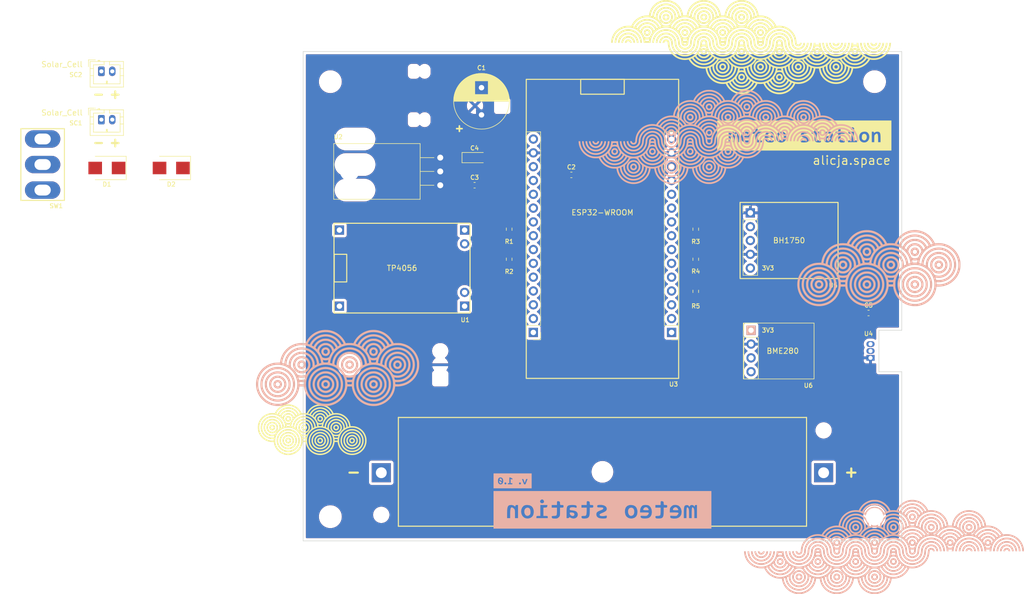
<source format=kicad_pcb>
(kicad_pcb (version 20211014) (generator pcbnew)
  (layers (0 "F.Cu" signal) (31 "B.Cu" signal) (34 "B.Paste" user) (35 "F.Paste" user) (36 "B.SilkS" user "B.Silkscreen") (37 "F.SilkS" user "F.Silkscreen") (38 "B.Mask" user) (39 "F.Mask" user) (44 "Edge.Cuts" user))
  (net 0 "")
  (net 1 "Net-(BT1-Pad2)")
  (net 2 "Net-(BT1-Pad1)")
  (net 3 "3V3")
  (net 4 "SCL")
  (net 5 "SDA")
  (net 6 "Net-(SC1-Pad2)")
  (net 7 "Net-(SW1-Pad2)")
  (net 9 "BAT_V")
  (net 10 "OUT-")
  (net 11 "OUT+")
  (net 12 "Net-(D1-Pad1)")
  (net 13 "Net-(D1-Pad2)")
  (net 14 "Net-(D2-Pad2)")
  (net 15 "Net-(R5-Pad2)")
  (net 39 "GND")
  (footprint "meteo_station_footprints:meteo_station_small" (layer "F.Cu") (at 186.944 75.946)
    (fp_text reference "G***" hide)
    (fp_text value "LOGO" hide)
  )
  (footprint "meteo_station_footprints:TO-92_Inline" (layer "F.Cu") (at 199.115 116.84 90)
    (fp_text reference "U4" (at 4.445 -0.36 180) (layer "F.SilkS") (effects (font (size 0.8 0.8))))
    (fp_text value "DS18B20")
    (pad "1" thru_hole rect (at 0 0 90) (size 1.05 1.5) (drill 0.75) (layers *.Cu *.Mask) (net 39 "GND"))
    (pad "2" thru_hole oval (at 1.27 0 90) (size 1.05 1.5) (drill 0.75) (layers *.Cu *.Mask) (net 15 "Net-(R5-Pad2)"))
    (pad "3" thru_hole oval (at 2.54 0 90) (size 1.05 1.5) (drill 0.75) (layers *.Cu *.Mask) (net 3 "3V3"))
  )
  (footprint "MountingHole:MountingHole_3.2mm_M3" (layer "F.Cu") (at 199.86 146.04)
    (fp_text reference "REF**" hide)
    (fp_text value "MountingHole_3.2mm_M3" hide)
    (pad "" np_thru_hole circle locked (at 0 0) (size 3.2 3.2) (drill 3.2) (layers *.Cu *.Mask))
  )
  (footprint "Resistor_SMD:R_0603_1608Metric" (layer "F.Cu") (at 132.715 98.695 90)
    (fp_text reference "R2" (at -2.27 0) (layer "F.SilkS") (effects (font (size 0.8 0.8))))
    (fp_text value "10K")
    (pad "1" smd roundrect locked (at -0.825 0 90) (size 0.8 0.95) (layers "F.Cu" "F.Paste" "F.Mask") (net 9 "BAT_V"))
    (pad "2" smd roundrect locked (at 0.825 0 90) (size 0.8 0.95) (layers "F.Cu" "F.Paste" "F.Mask") (net 10 "OUT-"))
  )
  (footprint "meteo_station_footprints:BME280" (layer "F.Cu") (at 182.245 115.57)
    (fp_text reference "U6" (at 6.35 6.35 unlocked) (layer "F.SilkS") (effects (font (size 0.8 0.8)) (justify right)))
    (fp_text value "BME280" (at 0.74 0 unlocked) (layer "F.SilkS"))
    (fp_text user "3V3" (at -3.175 -3.81 unlocked) (layer "F.SilkS") (effects (font (size 0.8 0.8)) (justify left)))
    (pad "1" thru_hole rect (at -5.08 -3.81) (size 1.7 1.7) (drill 1) (layers *.Cu *.Mask "B.SilkS") (net 3 "3V3"))
    (pad "2" thru_hole oval (at -5.08 -1.27) (size 1.7 1.7) (drill 1) (layers *.Cu *.Mask) (net 39 "GND"))
    (pad "3" thru_hole oval (at -5.08 1.27) (size 1.7 1.7) (drill 1) (layers *.Cu *.Mask) (net 4 "SCL"))
    (pad "4" thru_hole oval (at -5.08 3.81) (size 1.7 1.7) (drill 1) (layers *.Cu *.Mask) (net 5 "SDA"))
  )
  (footprint "meteo_station_footprints:SolarPanel_JST" (layer "F.Cu") (at 58.801 73.66)
    (fp_text reference "SC1" (at -5.715 0 unlocked) (layer "F.SilkS") (effects (font (size 0.8 0.8))))
    (fp_text value "Solar_Cell" (at -8.255 -1.905 unlocked) (layer "F.SilkS"))
    (fp_text user "-" (at -1.524 3.556 unlocked) (layer "F.SilkS") (effects (font (size 1.6 1.6) (thickness 0.4))))
    (fp_text user "+" (at 1.524 3.556 unlocked) (layer "F.SilkS") (effects (font (size 1.6 1.6) (thickness 0.4))))
    (pad "1" thru_hole roundrect (at -1.016 -0.635) (size 1.2 1.75) (drill 0.75) (layers *.Cu *.Mask) (roundrect_rratio 0.208333) (net 13 "Net-(D1-Pad2)"))
    (pad "2" thru_hole oval (at 0.984 -0.635) (size 1.2 1.75) (drill 0.75) (layers *.Cu *.Mask) (net 6 "Net-(SC1-Pad2)"))
  )
  (footprint "Package_TO_SOT_THT:TO-220-3_Horizontal_TabDown" (layer "F.Cu") (at 120.055 85.09 90)
    (fp_text reference "U2" (at 8.89 -18.755) (layer "F.SilkS") (effects (font (size 0.8 0.8))))
    (fp_text value "LF33_TO220")
    (pad "" np_thru_hole oval locked (at 2.54 -16.66 90) (size 3.5 3.5) (drill 3.5) (layers *.Cu *.Mask))
    (pad "1" thru_hole rect locked (at 0 0 90) (size 1.905 2) (drill 1.1) (layers *.Cu *.Mask) (net 11 "OUT+"))
    (pad "2" thru_hole oval locked (at 2.54 0 90) (size 1.905 2) (drill 1.1) (layers *.Cu *.Mask) (net 39 "GND"))
    (pad "3" thru_hole oval locked (at 5.08 0 90) (size 1.905 2) (drill 1.1) (layers *.Cu *.Mask) (net 3 "3V3"))
  )
  (footprint "Capacitor_SMD:C_0603_1608Metric" (layer "F.Cu") (at 144.145 83.185)
    (fp_text reference "C2" (at 0 -1.43) (layer "F.SilkS") (effects (font (size 0.8 0.8))))
    (fp_text value "100nF")
    (pad "1" smd roundrect locked (at -0.775 0) (size 0.9 0.95) (layers "F.Cu" "F.Paste" "F.Mask") (net 9 "BAT_V"))
    (pad "2" smd roundrect locked (at 0.775 0) (size 0.9 0.95) (layers "F.Cu" "F.Paste" "F.Mask") (net 39 "GND"))
  )
  (footprint "meteo_station_footprints:BH1750" (layer "F.Cu") (at 184.15 95.25)
    (fp_text reference "U5" (at 9 8.255 unlocked) (layer "F.SilkS") (effects (font (size 0.8 0.8)) (justify right)))
    (fp_text value "BH1750" (at 0 0 unlocked) (layer "F.SilkS"))
    (fp_text user "3V3" (at -5.08 5.08 unlocked) (layer "F.SilkS") (effects (font (size 0.8 0.8)) (justify left)))
    (pad "1" thru_hole oval (at -7.112 5.08) (size 1.7 1.7) (drill 1) (layers *.Cu *.Mask) (net 3 "3V3"))
    (pad "2" thru_hole oval (at -7.112 2.54) (size 1.7 1.7) (drill 1) (layers *.Cu *.Mask) (net 39 "GND"))
    (pad "3" thru_hole oval (at -7.112 0) (size 1.7 1.7) (drill 1) (layers *.Cu *.Mask) (net 4 "SCL"))
    (pad "4" thru_hole oval (at -7.112 -2.54) (size 1.7 1.7) (drill 1) (layers *.Cu *.Mask) (net 5 "SDA"))
    (pad "5" thru_hole rect (at -7.112 -5.08) (size 1.7 1.7) (drill 1) (layers *.Cu *.Mask) (net 39 "GND"))
  )
  (footprint "Resistor_SMD:R_0603_1608Metric" (layer "F.Cu") (at 132.715 93.17 90)
    (fp_text reference "R1" (at -2.27 0) (layer "F.SilkS") (effects (font (size 0.8 0.8))))
    (fp_text value "10K")
    (pad "1" smd roundrect locked (at -0.825 0 90) (size 0.8 0.95) (layers "F.Cu" "F.Paste" "F.Mask") (net 9 "BAT_V"))
    (pad "2" smd roundrect locked (at 0.825 0 90) (size 0.8 0.95) (layers "F.Cu" "F.Paste" "F.Mask") (net 11 "OUT+"))
  )
  (footprint "meteo_station_footprints:chmurka2_small" (layer "F.Cu") (at 96.52 130.048)
    (fp_text reference "G***" hide)
    (fp_text value "LOGO" hide)
  )
  (footprint "Diode_SMD:D_SMB" (layer "F.Cu") (at 70.621 81.915 180)
    (fp_text reference "D2" (at 0 -3 180) (layer "F.SilkS") (effects (font (size 0.8 0.8))))
    (fp_text value "D_Schottky")
    (pad "1" smd rect locked (at -2.15 0 180) (size 2.5 2.3) (layers "F.Cu" "F.Paste" "F.Mask") (net 12 "Net-(D1-Pad1)"))
    (pad "2" smd rect locked (at 2.15 0 180) (size 2.5 2.3) (layers "F.Cu" "F.Paste" "F.Mask") (net 14 "Net-(D2-Pad2)"))
  )
  (footprint "meteo_station_footprints:MTS102" (layer "F.Cu") (at 46.99 81.28 90)
    (fp_text reference "SW1" (at -7.62 3.81 unlocked) (layer "F.SilkS") (effects (font (size 0.8 0.8)) (justify right)))
    (fp_text value "SW_SPDT")
    (pad "1" thru_hole oval (at -4.7 0 90) (size 3.2 6.5) (drill oval 2 3) (layers *.Cu *.Mask) (net 11 "OUT+"))
    (pad "2" thru_hole oval (at 0 0 90) (size 3.2 6.5) (drill oval 2 3) (layers *.Cu *.Mask) (net 7 "Net-(SW1-Pad2)"))
    (pad "3" thru_hole oval (at 4.7 0 90) (size 3.2 6.5) (drill oval 2 3) (layers *.Cu *.Mask))
  )
  (footprint "Capacitor_SMD:C_0603_1608Metric" (layer "F.Cu") (at 198.755 108.585)
    (fp_text reference "C5" (at 0 -1.43) (layer "F.SilkS") (effects (font (size 0.8 0.8))))
    (fp_text value "100nF")
    (pad "1" smd roundrect locked (at -0.775 0) (size 0.9 0.95) (layers "F.Cu" "F.Paste" "F.Mask") (net 39 "GND"))
    (pad "2" smd roundrect locked (at 0.775 0) (size 0.9 0.95) (layers "F.Cu" "F.Paste" "F.Mask") (net 3 "3V3"))
  )
  (footprint "meteo_station_footprints:BatteryHolder" (layer "F.Cu") (at 149.86 137.795)
    (fp_text reference "BT1" (at 0 4.445) (layer "F.SilkS"))
    (fp_text value "Battery")
    (fp_text user "-" (at -45.72 0 unlocked) (layer "F.SilkS") (effects (font (size 2 2) (thickness 0.4))))
    (fp_text user "+" (at 45.72 0 unlocked) (layer "F.SilkS") (effects (font (size 2 2) (thickness 0.4))))
    (pad "" np_thru_hole circle (at 0 0) (size 3 3) (drill 3) (layers *.Cu *.Mask))
    (pad "" np_thru_hole circle (at 40.64 -7.62) (size 2 2) (drill 2) (layers *.Cu *.Mask))
    (pad "" np_thru_hole circle (at -40.64 7.91) (size 2 2) (drill 2) (layers *.Cu *.Mask))
    (pad "1" thru_hole rect (at 40.64 0.165) (size 3.5 3.5) (drill 2) (layers *.Cu *.Mask) (net 2 "Net-(BT1-Pad1)"))
    (pad "2" thru_hole rect (at -40.64 0.165) (size 3.5 3.5) (drill 2) (layers *.Cu *.Mask) (net 1 "Net-(BT1-Pad2)"))
  )
  (footprint "Resistor_SMD:R_0603_1608Metric" (layer "F.Cu") (at 167.005 104.6 -90)
    (fp_text reference "R5" (at 2.715 0) (layer "F.SilkS") (effects (font (size 0.8 0.8))))
    (fp_text value "4.7K")
    (pad "1" smd roundrect locked (at -0.825 0 270) (size 0.8 0.95) (layers "F.Cu" "F.Paste" "F.Mask") (net 3 "3V3"))
    (pad "2" smd roundrect locked (at 0.825 0 270) (size 0.8 0.95) (layers "F.Cu" "F.Paste" "F.Mask") (net 15 "Net-(R5-Pad2)"))
  )
  (footprint "Jumper:SolderJumper-2_P1.3mm_Bridged_Pad1.0x1.5mm" (layer "F.Cu") (at 127 100.33)
    (fp_text reference "JP1" hide)
    (fp_text value "SolderJumper")
    (fp_poly (pts (xy -0.25 -0.3) (xy 0.25 -0.3) (xy 0.25 0.3) (xy -0.25 0.3)) (layer "F.Cu") (width 0) (fill solid))
    (pad "1" smd rect (at -0.65 0) (size 1 1.5) (layers "F.Cu" "F.Mask") (net 39 "GND"))
    (pad "2" smd rect (at 0.65 0) (size 1 1.5) (layers "F.Cu" "F.Mask") (net 10 "OUT-"))
  )
  (footprint "meteo_station_footprints:ESP32-WROOM" (layer "F.Cu") (at 149.86 93.11 180)
    (fp_text reference "U3" (at -13.97 -28.575 unlocked) (layer "F.SilkS") (effects (font (size 0.8 0.8)) (justify right)))
    (fp_text value "ESP32-WROOM" (at 0 3 unlocked) (layer "F.SilkS"))
    (pad "1" thru_hole rect (at -12.7 -19.045 180) (size 1.7 1.7) (drill 1) (layers *.Cu *.Mask))
    (pad "2" thru_hole oval (at -12.7 -16.505 180) (size 1.7 1.7) (drill 1) (layers *.Cu *.Mask))
    (pad "3" thru_hole oval (at -12.7 -13.965 180) (size 1.7 1.7) (drill 1) (layers *.Cu *.Mask))
    (pad "4" thru_hole oval (at -12.7 -11.425 180) (size 1.7 1.7) (drill 1) (layers *.Cu *.Mask) (net 9 "BAT_V"))
    (pad "5" thru_hole oval (at -12.7 -8.885 180) (size 1.7 1.7) (drill 1) (layers *.Cu *.Mask))
    (pad "6" thru_hole oval (at -12.7 -6.345 180) (size 1.7 1.7) (drill 1) (layers *.Cu *.Mask))
    (pad "7" thru_hole oval (at -12.7 -3.805 180) (size 1.7 1.7) (drill 1) (layers *.Cu *.Mask))
    (pad "8" thru_hole oval (at -12.7 -1.265 180) (size 1.7 1.7) (drill 1) (layers *.Cu *.Mask))
    (pad "9" thru_hole oval (at -12.7 1.275 180) (size 1.7 1.7) (drill 1) (layers *.Cu *.Mask))
    (pad "10" thru_hole oval (at -12.7 3.815 180) (size 1.7 1.7) (drill 1) (layers *.Cu *.Mask))
    (pad "11" thru_hole oval (at -12.7 6.355 180) (size 1.7 1.7) (drill 1) (layers *.Cu *.Mask))
    (pad "12" thru_hole oval (at -12.7 8.895 180) (size 1.7 1.7) (drill 1) (layers *.Cu *.Mask))
    (pad "13" thru_hole oval (at -12.7 11.435 180) (size 1.7 1.7) (drill 1) (layers *.Cu *.Mask))
    (pad "14" thru_hole oval (at -12.7 13.975 180) (size 1.7 1.7) (drill 1) (layers *.Cu *.Mask) (net 39 "GND"))
    (pad "15" thru_hole oval (at -12.7 16.515 180) (size 1.7 1.7) (drill 1) (layers *.Cu *.Mask))
    (pad "16" thru_hole rect (at 12.7 -19.045 180) (size 1.7 1.7) (drill 1) (layers *.Cu *.Mask))
    (pad "17" thru_hole oval (at 12.7 -16.505 180) (size 1.7 1.7) (drill 1) (layers *.Cu *.Mask) (net 4 "SCL"))
    (pad "18" thru_hole oval (at 12.7 -13.965 180) (size 1.7 1.7) (drill 1) (layers *.Cu *.Mask))
    (pad "19" thru_hole oval (at 12.7 -11.425 180) (size 1.7 1.7) (drill 1) (layers *.Cu *.Mask))
    (pad "20" thru_hole oval (at 12.7 -8.885 180) (size 1.7 1.7) (drill 1) (layers *.Cu *.Mask) (net 5 "SDA"))
    (pad "21" thru_hole oval (at 12.7 -6.345 180) (size 1.7 1.7) (drill 1) (layers *.Cu *.Mask))
    (pad "22" thru_hole oval (at 12.7 -3.805 180) (size 1.7 1.7) (drill 1) (layers *.Cu *.Mask))
    (pad "23" thru_hole oval (at 12.7 -1.265 180) (size 1.7 1.7) (drill 1) (layers *.Cu *.Mask))
    (pad "24" thru_hole oval (at 12.7 1.275 180) (size 1.7 1.7) (drill 1) (layers *.Cu *.Mask))
    (pad "25" thru_hole oval (at 12.7 3.815 180) (size 1.7 1.7) (drill 1) (layers *.Cu *.Mask))
    (pad "26" thru_hole oval (at 12.7 6.355 180) (size 1.7 1.7) (drill 1) (layers *.Cu *.Mask) (net 15 "Net-(R5-Pad2)"))
    (pad "27" thru_hole oval (at 12.7 8.895 180) (size 1.7 1.7) (drill 1) (layers *.Cu *.Mask))
    (pad "28" thru_hole oval (at 12.7 11.435 180) (size 1.7 1.7) (drill 1) (layers *.Cu *.Mask))
    (pad "29" thru_hole oval (at 12.7 13.975 180) (size 1.7 1.7) (drill 1) (layers *.Cu *.Mask) (net 39 "GND"))
    (pad "30" thru_hole oval (at 12.7 16.515 180) (size 1.7 1.7) (drill 1) (layers *.Cu *.Mask) (net 3 "3V3"))
  )
  (footprint "MountingHole:MountingHole_3.2mm_M3" (layer "F.Cu") (at 99.86 146.04)
    (fp_text reference "REF**" hide)
    (fp_text value "MountingHole_3.2mm_M3" hide)
    (pad "" np_thru_hole circle locked (at 0 0) (size 3.2 3.2) (drill 3.2) (layers *.Cu *.Mask))
  )
  (footprint "Capacitor_Tantalum_SMD:CP_EIA-3216-18_Kemet-A" (layer "F.Cu") (at 126.365 80.01)
    (fp_text reference "C4" (at 0 -1.75) (layer "F.SilkS") (effects (font (size 0.8 0.8))))
    (fp_text value "2.2uF")
    (pad "1" smd roundrect locked (at -1.35 0) (size 1.4 1.35) (layers "F.Cu" "F.Paste" "F.Mask") (roundrect_rratio 0.185185) (net 3 "3V3"))
    (pad "2" smd roundrect locked (at 1.35 0) (size 1.4 1.35) (layers "F.Cu" "F.Paste" "F.Mask") (roundrect_rratio 0.185185) (net 39 "GND"))
  )
  (footprint "Capacitor_SMD:C_0603_1608Metric" (layer "F.Cu") (at 126.365 85.09)
    (fp_text reference "C3" (at 0 -1.43) (layer "F.SilkS") (effects (font (size 0.8 0.8))))
    (fp_text value "100nF")
    (pad "1" smd roundrect locked (at -0.775 0) (size 0.9 0.95) (layers "F.Cu" "F.Paste" "F.Mask") (net 11 "OUT+"))
    (pad "2" smd roundrect locked (at 0.775 0) (size 0.9 0.95) (layers "F.Cu" "F.Paste" "F.Mask") (net 39 "GND"))
  )
  (footprint "meteo_station_footprints:chmurka" (layer "F.Cu") (at 173.022011 59.698693 180)
    (fp_text reference "G***" hide)
    (fp_text value "LOGO" hide)
  )
  (footprint "MountingHole:MountingHole_3.2mm_M3" (layer "F.Cu") (at 199.86 66.04)
    (fp_text reference "REF**" hide)
    (fp_text value "MountingHole_3.2mm_M3" hide)
    (pad "" np_thru_hole circle locked (at 0 0) (size 3.2 3.2) (drill 3.2) (layers *.Cu *.Mask))
  )
  (footprint "Resistor_SMD:R_0603_1608Metric" (layer "F.Cu") (at 167.005 98.695 -90)
    (fp_text reference "R4" (at 2.222 0) (layer "F.SilkS") (effects (font (size 0.8 0.8))))
    (fp_text value "4.7K")
    (pad "1" smd roundrect locked (at -0.825 0 270) (size 0.8 0.95) (layers "F.Cu" "F.Paste" "F.Mask") (net 3 "3V3"))
    (pad "2" smd roundrect locked (at 0.825 0 270) (size 0.8 0.95) (layers "F.Cu" "F.Paste" "F.Mask") (net 5 "SDA"))
  )
  (footprint "MountingHole:MountingHole_3.2mm_M3" (layer "F.Cu") (at 99.86 66.04)
    (fp_text reference "REF**" hide)
    (fp_text value "MountingHole_3.2mm_M3" hide)
    (pad "" np_thru_hole circle locked (at 0 0) (size 3.2 3.2) (drill 3.2) (layers *.Cu *.Mask))
  )
  (footprint "meteo_station_footprints:TP4056" (layer "F.Cu") (at 113.03 100.33)
    (fp_text reference "U1" (at 12.5 9.525 unlocked) (layer "F.SilkS") (effects (font (size 0.8 0.8)) (justify right)))
    (fp_text value "TP4056" (at 0 0 unlocked) (layer "F.SilkS"))
    (pad "1" thru_hole rect (at -11.5 -7) (size 1.7 1.7) (drill 1) (layers *.Cu *.Mask) (net 12 "Net-(D1-Pad1)"))
    (pad "2" thru_hole rect (at -11.5 7) (size 1.7 1.7) (drill 1) (layers *.Cu *.Mask) (net 6 "Net-(SC1-Pad2)"))
    (pad "3" thru_hole rect (at 11.5 -7) (size 1.7 1.7) (drill 1) (layers *.Cu *.Mask) (net 7 "Net-(SW1-Pad2)"))
    (pad "4" thru_hole oval (at 11.5 -4.46) (size 1.7 1.7) (drill 1) (layers *.Cu *.Mask) (net 2 "Net-(BT1-Pad1)"))
    (pad "5" thru_hole circle (at 11.5 4.46) (size 1.7 1.7) (drill 1) (layers *.Cu *.Mask) (net 1 "Net-(BT1-Pad2)"))
    (pad "6" thru_hole rect (at 11.5 7) (size 1.7 1.7) (drill 1) (layers *.Cu *.Mask) (net 10 "OUT-"))
  )
  (footprint "Resistor_SMD:R_0603_1608Metric" (layer "F.Cu") (at 167.005 93.17 -90)
    (fp_text reference "R3" (at 2.286 0) (layer "F.SilkS") (effects (font (size 0.8 0.8))))
    (fp_text value "4.7K")
    (pad "1" smd roundrect locked (at -0.825 0 270) (size 0.8 0.95) (layers "F.Cu" "F.Paste" "F.Mask") (net 3 "3V3"))
    (pad "2" smd roundrect locked (at 0.825 0 270) (size 0.8 0.95) (layers "F.Cu" "F.Paste" "F.Mask") (net 4 "SCL"))
  )
  (footprint "Capacitor_THT:CP_Radial_D10.0mm_P5.00mm" (layer "F.Cu") (at 127.635 72.1465 90)
    (fp_text reference "C1" (at 8.6465 0 180) (layer "F.SilkS") (effects (font (size 0.8 0.8))))
    (fp_text value "2200uF")
    (pad "1" thru_hole rect (at 0 0 90) (size 2 2) (drill 1) (layers *.Cu *.Mask) (net 3 "3V3"))
    (pad "2" thru_hole circle (at 5 0 90) (size 2 2) (drill 1) (layers *.Cu *.Mask) (net 39 "GND"))
  )
  (footprint "Diode_SMD:D_SMB" (layer "F.Cu") (at 58.801 81.915 180)
    (fp_text reference "D1" (at 0 -3 180) (layer "F.SilkS") (effects (font (size 0.8 0.8))))
    (fp_text value "D_Schottky")
    (pad "1" smd rect locked (at -2.15 0 180) (size 2.5 2.3) (layers "F.Cu" "F.Paste" "F.Mask") (net 12 "Net-(D1-Pad1)"))
    (pad "2" smd rect locked (at 2.15 0 180) (size 2.5 2.3) (layers "F.Cu" "F.Paste" "F.Mask") (net 13 "Net-(D1-Pad2)"))
  )
  (footprint "meteo_station_footprints:SolarPanel_JST" (layer "F.Cu") (at 58.801 64.77)
    (fp_text reference "SC2" (at -5.715 0 unlocked) (layer "F.SilkS") (effects (font (size 0.8 0.8))))
    (fp_text value "Solar_Cell" (at -8.255 -1.905 unlocked) (layer "F.SilkS"))
    (fp_text user "+" (at 1.524 3.556 unlocked) (layer "F.SilkS") (effects (font (size 1.6 1.6) (thickness 0.4))))
    (fp_text user "-" (at -1.524 3.556 unlocked) (layer "F.SilkS") (effects (font (size 1.6 1.6) (thickness 0.4))))
    (pad "1" thru_hole roundrect (at -1.016 -0.635) (size 1.2 1.75) (drill 0.75) (layers *.Cu *.Mask) (roundrect_rratio 0.208333) (net 14 "Net-(D2-Pad2)"))
    (pad "2" thru_hole oval (at 0.984 -0.635) (size 1.2 1.75) (drill 0.75) (layers *.Cu *.Mask) (net 6 "Net-(SC1-Pad2)"))
  )
  (footprint "meteo_station_footprints:chmurka" (layer "B.Cu") (at 167.053011 76.191308 180)
    (fp_text reference "G***" hide)
    (fp_text value "LOGO" hide)
  )
  (footprint "meteo_station_footprints:version" (layer "B.Cu") (at 133.35 139.446 180)
    (fp_text reference "G***" hide)
    (fp_text value "LOGO" hide)
  )
  (footprint "meteo_station_footprints:chmurka" (layer "B.Cu") (at 197.456811 151.603908 180)
    (fp_text reference "G***" hide)
    (fp_text value "LOGO" hide)
  )
  (footprint "meteo_station_footprints:meteo_station" (layer "B.Cu") (at 149.86 144.78 180)
    (fp_text reference "G***" hide)
    (fp_text value "LOGO" hide)
  )
  (footprint "meteo_station_footprints:chmurka2" (layer "B.Cu") (at 200.66 100.33 180)
    (fp_text reference "G***" hide)
    (fp_text value "LOGO" hide)
  )
  (footprint "meteo_station_footprints:chmurka2" (layer "B.Cu") (at 101.1936 118.6942 180)
    (fp_text reference "G***" hide)
    (fp_text value "LOGO" hide)
  )
  (gr_line (start 200.66 111.76) (end 200.66 119.38) (layer "Edge.Cuts") (width 0.1))
  (gr_line (start 200.66 119.38) (end 204.86 119.38) (layer "Edge.Cuts") (width 0.1))
  (gr_line (start 94.86 60.5) (end 204.86 60.5) (layer "Edge.Cuts") (width 0.1))
  (gr_line (start 204.86 111.76) (end 200.66 111.76) (layer "Edge.Cuts") (width 0.1))
  (gr_line (start 94.86 60.5) (end 94.86 150.5) (layer "Edge.Cuts") (width 0.1))
  (gr_line (start 94.86 150.5) (end 204.86 150.5) (layer "Edge.Cuts") (width 0.1))
  (gr_line (start 204.86 150.5) (end 204.86 119.38) (layer "Edge.Cuts") (width 0.1))
  (gr_line (start 204.86 60.5) (end 204.86 111.76) (layer "Edge.Cuts") (width 0.1))
  (gr_text "alicja.space" (at 202.946 80.518) (layer "F.SilkS") (effects (font (size 1.6 1.6) (thickness 0.2)) (justify right)))
  (zone (net 39) (net_name "GND") (layer "F.Cu") (connect_pads (clearance 0.508)) (min_thickness 0.254) (fill yes (thermal_gap 0.508) (thermal_bridge_width 0.508))
    (polygon (pts (xy 205.105 150.495) (xy 94.615 150.495) (xy 94.615 60.325) (xy 205.105 60.325)))
  )
  (zone (net 39) (net_name "GND") (layer "B.Cu") (connect_pads (clearance 0.508)) (min_thickness 0.254) (fill yes (thermal_gap 0.508) (thermal_bridge_width 0.508))
    (polygon (pts (xy 205.105 150.495) (xy 94.615 150.495) (xy 94.615 60.325) (xy 205.105 60.325)))
  )
)
</source>
